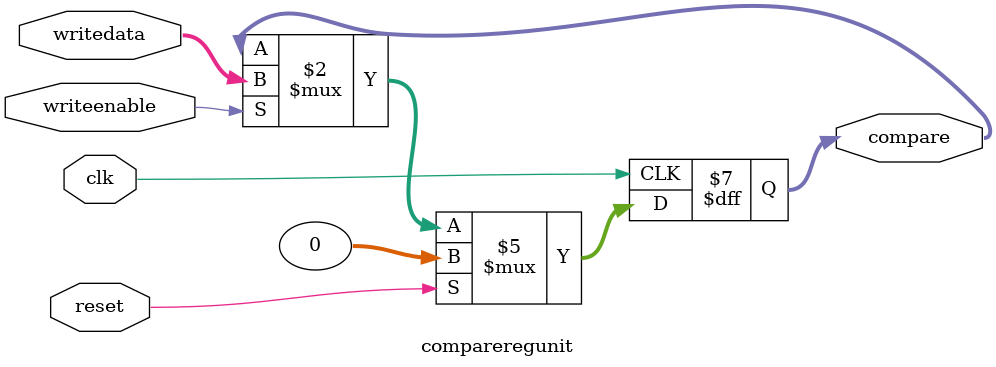
<source format=v>
module coprocessor0(
  input         clk, reset,

  input   [7:0] interrupts,

  input         cop0write,          // pulso MTC0
  input   [4:0] cp0_readaddress, 
  input   [4:0] cp0_writeaddress,
  input   [31:0] writecop0,         // dado vindo da ULA
  input   [31:0] pc,
  input         syscall,  
  input         ri,                 // reserved instruction

  input         eret,               // return from exception
  input         activeexception,
  output reg [31:0] cop0readdata,
  output        pendingexception
);

  wire [31:0] statusreg, causereg, epc, count, compare;
  wire [4:0]  exccode;
  wire        iec; // Interrupt Enable do Status Reg

  //wire timer_interrupt = (count == compare);
  //wire [7:0] all_interrupts = {interrupts[6:0], timer_interrupt};


  // --- Unidade de exceção ---
  exceptionunit excu(
    .syscall(syscall),
    .ri(ri),
    .iec(iec),
    //.interrupts(all_interrupts),
    .interrupts(interrupts),
    .pendingexception(pendingexception),
    .exccode(exccode)
  );

  // --- EPC ---
  epcunit epcu(
    .clk(clk),
    .reset(reset),
    .activeexception(activeexception),
    .pc(pc),
    .epc(epc)
  );

  // --- STATUS ---
  statusregunit srunit(
    .clk(clk),
    .reset(reset),
    .writeenable(cop0write && (cp0_writeaddress == 5'b01100)), // Status = reg 12
    .activeexception(activeexception),
    .eret(eret),                     
    .writedata(writecop0),
    .statusreg(statusreg),
    .iec(iec)
  );

  // --- CAUSE ---
  causeregunit crunit(
    .clk(clk),
    .reset(reset),
    .activeexception(activeexception),
    .exccode(exccode),
    .causereg(causereg)
  );

  // --- COUNT ---
  countregunit count_reg(
    .clk(clk),
    .reset(reset),
    .writeenable(cop0write && (cp0_writeaddress == 5'b01001)), // Count = 9
    .writedata(writecop0),
    .count(count)
  );

  // --- COMPARE ---
  compareregunit compare_reg(
    .clk(clk),
    .reset(reset),
    .writeenable(cop0write && (cp0_writeaddress == 5'b01011)), // Compare = 11
    .writedata(writecop0),
    .compare(compare)
  );

  // --- MFC0 (leitura dos regs do CP0) ---
  always @(cp0_readaddress or statusreg or causereg or epc or count or compare) begin
    case (cp0_readaddress)
      5'b01100: cop0readdata = statusreg; // Status
      5'b01101: cop0readdata = causereg;  // Cause
      5'b01110: cop0readdata = epc;       // EPC
      5'b01001: cop0readdata = count;     // Count
      5'b01011: cop0readdata = compare;   // Compare
      default:  cop0readdata = 32'hxxxxxxxx;
    endcase
  end

endmodule


module exceptionunit(
  input        syscall,        // instrução SYSCALL detectada
  input        ri,             // instrução inválida (Reserved Instruction)
  input        iec,            // bit de enable de interrupção do Status
  input  [7:0] interrupts,     // linhas de interrupção externas + timer

  output reg   pendingexception,
  output reg [4:0] exccode
);

  // Interrupção válida somente se IEC=1
  wire interrupt = iec & (|interrupts);

  always @(*) begin
    // pendingexception = OR de todos os eventos
    pendingexception = interrupt | syscall | ri;

    // Prioridade: INT > SYSCALL > RI
    if (interrupt)
      exccode = 5'b00001;  // Interrupção
    else if (syscall)
      exccode = 5'b01000;  // Syscall
    else if (ri)
      exccode = 5'b01010;  // Reserved Instruction
    else
      exccode = 5'b00000;  // Sem exceção ativa
  end

endmodule


module epcunit (
  input        clk,             // clock principal
  input        reset,           // reset síncrono ou assíncrono (aqui síncrono)
  input        activeexception, // sinal de exceção detectada
  input [31:0] pc,              // PC da instrução que causou exceção
  output reg [31:0] epc         // registrador EPC
);

  always @(posedge clk) begin
    if (reset)
      epc <= 32'b0;      // zera EPC no reset
    else if (activeexception)
      epc <= pc;         // salva o PC no momento da exceção
  end

endmodule


module statusregunit (
  input        clk,
  input        reset,
  input        writeenable,      // habilita escrita via MTC0
  input        activeexception,  // exceção detectada -> zera IEC
  input        eret,             // ERET -> restaura IEC
  input  [31:0] writedata,       // dado escrito via MTC0

  output reg [31:0] statusreg,   // registrador completo
  output            iec          // bit IEC (Interrupt Enable)
);

  // Lógica síncrona para atualizar statusreg
  always @(posedge clk) begin
    if (reset) begin
      statusreg <= 32'b0;             // limpa tudo no reset
    end 
    else if (activeexception) begin
      statusreg[0] <= 1'b0;           // desabilita interrupções
    end
    else if (eret) begin
      statusreg[0] <= 1'b1;           // reabilita interrupções
    end
    else if (writeenable) begin
      statusreg <= writedata;         // escreve novo valor inteiro
    end
  end

  // IEC é simplesmente o bit 0 do statusreg
  assign iec = statusreg[0];

endmodule


module causeregunit (
  input        clk,
  input        reset,
  input        activeexception,  // sinal de exceção detectada
  input  [4:0] exccode,          // código da exceção vindo da exceptionunit
  input  [7:0] interrupts,       // estado atual das interrupções externas (opcional)
  
  output reg [31:0] causereg
);

  always @(posedge clk) begin
    if (reset) begin
      causereg <= 32'b0;
    end
    else if (activeexception) begin
      causereg <= {27'b0, exccode, 2'b00};
    end
  end

endmodule



module countregunit (
  input        clk,
  input        reset,
  input        writeenable,   // MTC0 para escrever em Count
  input  [31:0] writedata,
  output reg [31:0] count
);

  always @(posedge clk) begin
    if (reset)
      count <= 32'b0;
    else if (writeenable)
      count <= writedata;
    else
      count <= count + 1;
  end

endmodule

module compareregunit (
  input        clk,
  input        reset,
  input        writeenable,   // MTC0 para escrever em Compare
  input  [31:0] writedata,
  output reg [31:0] compare
);

  always @(posedge clk) begin
    if (reset)
      compare <= 32'b0;
    else if (writeenable)
      compare <= writedata;
  end

endmodule




</source>
